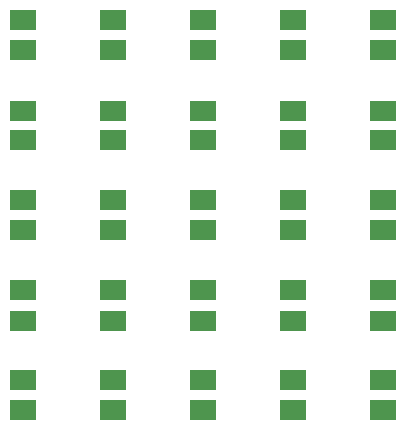
<source format=gbr>
%FSLAX23Y23*%
%MOIN*%
G04 EasyPC Gerber Version 17.0 Build 3379 *
%ADD16R,0.09000X0.07000*%
X0Y0D02*
D02*
D16*
X903Y203D03*
Y303D03*
Y502D03*
Y603D03*
Y803D03*
Y903D03*
Y1103D03*
Y1202D03*
Y1403D03*
Y1503D03*
X1203Y203D03*
Y303D03*
Y502D03*
Y603D03*
Y803D03*
Y903D03*
Y1103D03*
Y1202D03*
Y1403D03*
Y1503D03*
X1503Y203D03*
Y303D03*
Y502D03*
Y603D03*
Y803D03*
Y903D03*
Y1103D03*
Y1202D03*
Y1403D03*
Y1503D03*
X1803Y203D03*
Y303D03*
Y502D03*
Y603D03*
Y803D03*
Y903D03*
Y1103D03*
Y1202D03*
Y1403D03*
Y1503D03*
X2103Y203D03*
Y303D03*
Y502D03*
Y603D03*
Y803D03*
Y903D03*
Y1103D03*
Y1202D03*
Y1403D03*
Y1503D03*
X0Y0D02*
M02*

</source>
